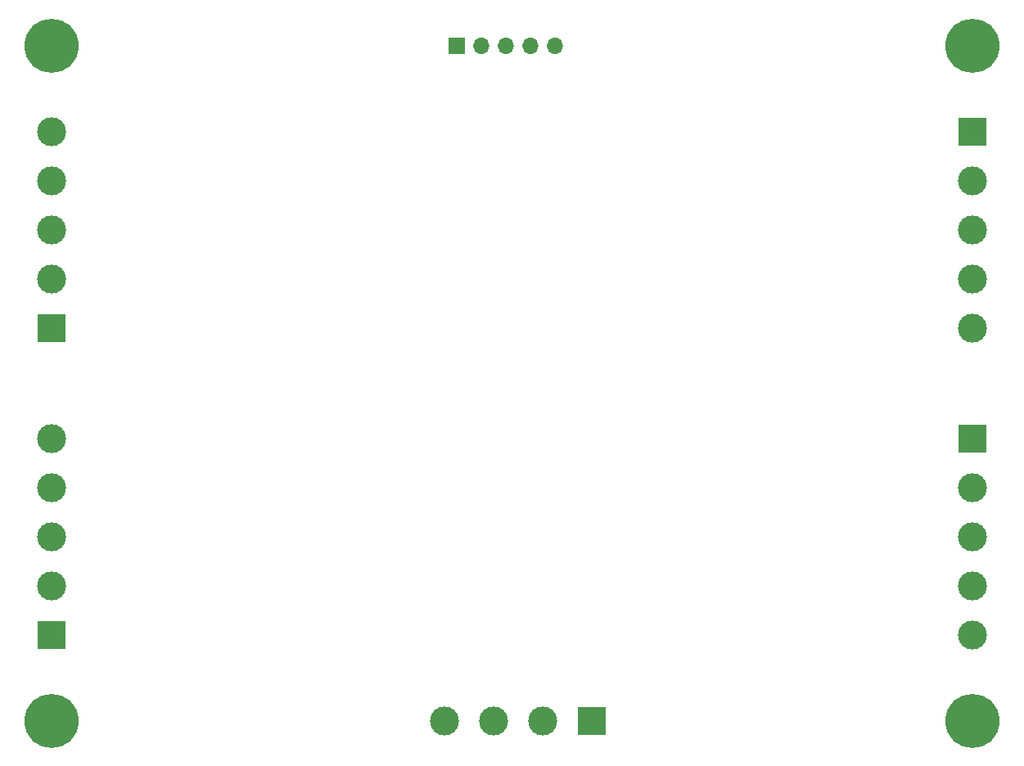
<source format=gbr>
%TF.GenerationSoftware,KiCad,Pcbnew,7.0.5*%
%TF.CreationDate,2023-11-11T15:26:14-08:00*%
%TF.ProjectId,ValveServoI2C,56616c76-6553-4657-9276-6f4932432e6b,rev?*%
%TF.SameCoordinates,Original*%
%TF.FileFunction,Soldermask,Bot*%
%TF.FilePolarity,Negative*%
%FSLAX46Y46*%
G04 Gerber Fmt 4.6, Leading zero omitted, Abs format (unit mm)*
G04 Created by KiCad (PCBNEW 7.0.5) date 2023-11-11 15:26:14*
%MOMM*%
%LPD*%
G01*
G04 APERTURE LIST*
%ADD10C,5.600000*%
%ADD11R,3.000000X3.000000*%
%ADD12C,3.000000*%
%ADD13R,1.700000X1.700000*%
%ADD14O,1.700000X1.700000*%
G04 APERTURE END LIST*
D10*
%TO.C,J2*%
X63500000Y-127000000D03*
%TD*%
%TO.C,J1*%
X63500000Y-57150000D03*
%TD*%
%TO.C,J4*%
X158750000Y-57150000D03*
%TD*%
D11*
%TO.C,J7*%
X158750000Y-97790000D03*
D12*
X158750000Y-102870000D03*
X158750000Y-107950000D03*
X158750000Y-113030000D03*
X158750000Y-118110000D03*
%TD*%
D11*
%TO.C,J10*%
X119380000Y-127000000D03*
D12*
X114300000Y-127000000D03*
X109220000Y-127000000D03*
X104140000Y-127000000D03*
%TD*%
D11*
%TO.C,J5*%
X63500000Y-86360000D03*
D12*
X63500000Y-81280000D03*
X63500000Y-76200000D03*
X63500000Y-71120000D03*
X63500000Y-66040000D03*
%TD*%
D10*
%TO.C,J3*%
X158750000Y-127000000D03*
%TD*%
D11*
%TO.C,J8*%
X63500000Y-118110000D03*
D12*
X63500000Y-113030000D03*
X63500000Y-107950000D03*
X63500000Y-102870000D03*
X63500000Y-97790000D03*
%TD*%
D11*
%TO.C,J6*%
X158750000Y-66040000D03*
D12*
X158750000Y-71120000D03*
X158750000Y-76200000D03*
X158750000Y-81280000D03*
X158750000Y-86360000D03*
%TD*%
D13*
%TO.C,J9*%
X105410000Y-57150000D03*
D14*
X107950000Y-57150000D03*
X110490000Y-57150000D03*
X113030000Y-57150000D03*
X115570000Y-57150000D03*
%TD*%
M02*

</source>
